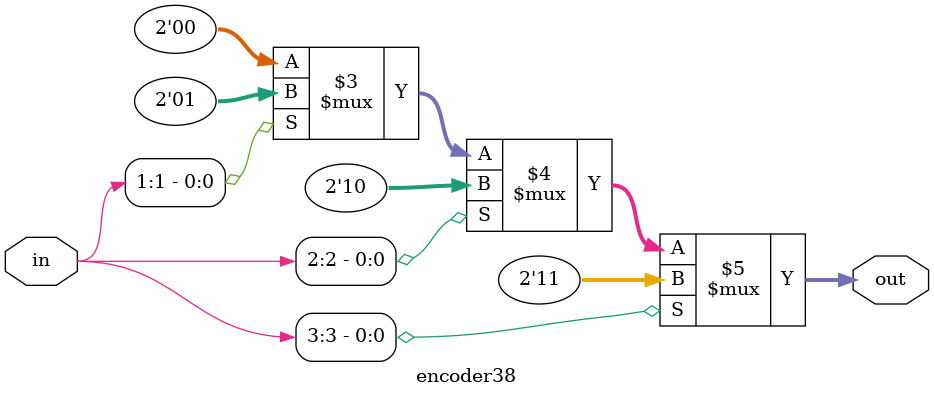
<source format=v>
module encoder38(input [3:0] in, output reg [1:0] out);

    always @(*) begin 
        out = (in[3]) ? 2'b11 : (in[2]) ? 2'b10 : (in[1]) ? 2'b01 : (in[0]) ? 2'b00 : 2'b00;
    end

endmodule

</source>
